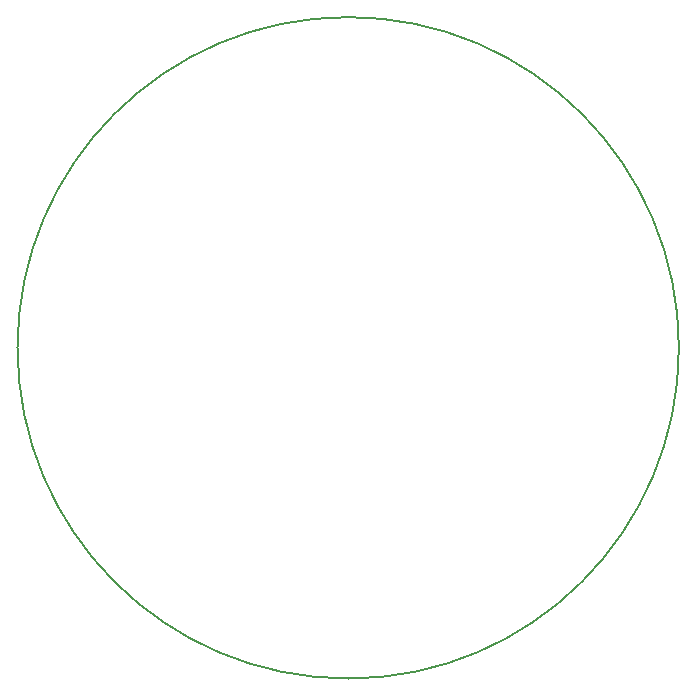
<source format=gbr>
G04 #@! TF.GenerationSoftware,KiCad,Pcbnew,5.0.2-bee76a0~70~ubuntu18.04.1*
G04 #@! TF.CreationDate,2019-07-07T08:40:30+02:00*
G04 #@! TF.ProjectId,neuromime_1.0.1,6e657572-6f6d-4696-9d65-5f312e302e31,rev?*
G04 #@! TF.SameCoordinates,Original*
G04 #@! TF.FileFunction,Profile,NP*
%FSLAX46Y46*%
G04 Gerber Fmt 4.6, Leading zero omitted, Abs format (unit mm)*
G04 Created by KiCad (PCBNEW 5.0.2-bee76a0~70~ubuntu18.04.1) date Sun 07 Jul 2019 08:40:30 AM CEST*
%MOMM*%
%LPD*%
G01*
G04 APERTURE LIST*
%ADD10C,0.150000*%
G04 APERTURE END LIST*
D10*
X178000000Y-50000000D02*
G75*
G03X178000000Y-50000000I-28000000J0D01*
G01*
M02*

</source>
